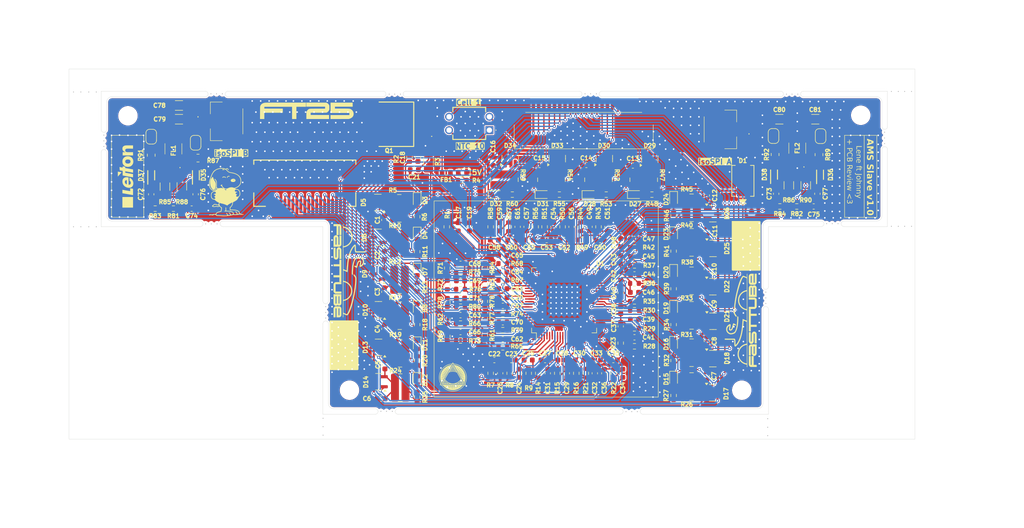
<source format=kicad_pcb>
(kicad_pcb
	(version 20240108)
	(generator "pcbnew")
	(generator_version "8.0")
	(general
		(thickness 1.6)
		(legacy_teardrops no)
	)
	(paper "A4")
	(layers
		(0 "F.Cu" signal)
		(1 "In1.Cu" signal)
		(2 "In2.Cu" signal)
		(31 "B.Cu" signal)
		(32 "B.Adhes" user "B.Adhesive")
		(33 "F.Adhes" user "F.Adhesive")
		(34 "B.Paste" user)
		(35 "F.Paste" user)
		(36 "B.SilkS" user "B.Silkscreen")
		(37 "F.SilkS" user "F.Silkscreen")
		(38 "B.Mask" user)
		(39 "F.Mask" user)
		(40 "Dwgs.User" user "User.Drawings")
		(41 "Cmts.User" user "User.Comments")
		(42 "Eco1.User" user "User.Eco1")
		(43 "Eco2.User" user "User.Eco2")
		(44 "Edge.Cuts" user)
		(45 "Margin" user)
		(46 "B.CrtYd" user "B.Courtyard")
		(47 "F.CrtYd" user "F.Courtyard")
		(48 "B.Fab" user)
		(49 "F.Fab" user)
		(50 "User.1" user)
		(51 "User.2" user)
		(52 "User.3" user)
		(53 "User.4" user)
		(54 "User.5" user)
		(55 "User.6" user)
		(56 "User.7" user)
		(57 "User.8" user)
		(58 "User.9" user)
	)
	(setup
		(stackup
			(layer "F.SilkS"
				(type "Top Silk Screen")
			)
			(layer "F.Paste"
				(type "Top Solder Paste")
			)
			(layer "F.Mask"
				(type "Top Solder Mask")
				(thickness 0.01)
			)
			(layer "F.Cu"
				(type "copper")
				(thickness 0.035)
			)
			(layer "dielectric 1"
				(type "prepreg")
				(thickness 0.1)
				(material "FR4")
				(epsilon_r 4.5)
				(loss_tangent 0.02)
			)
			(layer "In1.Cu"
				(type "copper")
				(thickness 0.035)
			)
			(layer "dielectric 2"
				(type "core")
				(thickness 1.24)
				(material "FR4")
				(epsilon_r 4.5)
				(loss_tangent 0.02)
			)
			(layer "In2.Cu"
				(type "copper")
				(thickness 0.035)
			)
			(layer "dielectric 3"
				(type "prepreg")
				(thickness 0.1)
				(material "FR4")
				(epsilon_r 4.5)
				(loss_tangent 0.02)
			)
			(layer "B.Cu"
				(type "copper")
				(thickness 0.035)
			)
			(layer "B.Mask"
				(type "Bottom Solder Mask")
				(thickness 0.01)
			)
			(layer "B.Paste"
				(type "Bottom Solder Paste")
			)
			(layer "B.SilkS"
				(type "Bottom Silk Screen")
			)
			(copper_finish "None")
			(dielectric_constraints no)
		)
		(pad_to_mask_clearance 0)
		(allow_soldermask_bridges_in_footprints no)
		(pcbplotparams
			(layerselection 0x00010fc_ffffffff)
			(plot_on_all_layers_selection 0x0000000_00000000)
			(disableapertmacros no)
			(usegerberextensions no)
			(usegerberattributes yes)
			(usegerberadvancedattributes yes)
			(creategerberjobfile no)
			(dashed_line_dash_ratio 12.000000)
			(dashed_line_gap_ratio 3.000000)
			(svgprecision 4)
			(plotframeref no)
			(viasonmask no)
			(mode 1)
			(useauxorigin yes)
			(hpglpennumber 1)
			(hpglpenspeed 20)
			(hpglpendiameter 15.000000)
			(pdf_front_fp_property_popups yes)
			(pdf_back_fp_property_popups yes)
			(dxfpolygonmode yes)
			(dxfimperialunits yes)
			(dxfusepcbnewfont yes)
			(psnegative no)
			(psa4output no)
			(plotreference yes)
			(plotvalue no)
			(plotfptext yes)
			(plotinvisibletext no)
			(sketchpadsonfab no)
			(subtractmaskfromsilk yes)
			(outputformat 1)
			(mirror no)
			(drillshape 0)
			(scaleselection 1)
			(outputdirectory "gerber/")
		)
	)
	(net 0 "")
	(net 1 "GND")
	(net 2 "Net-(U1-V+)")
	(net 3 "Net-(U1-DRIVE)")
	(net 4 "Net-(U1-VREF1)")
	(net 5 "+5V")
	(net 6 "/FilterBalancingNetwork/CB")
	(net 7 "/FilterBalancingNetwork/CB:A")
	(net 8 "/FilterBalancingNetwork/CA")
	(net 9 "/Cell 15{slash}16")
	(net 10 "/S16P")
	(net 11 "/S15P")
	(net 12 "/Cell 15{slash}14")
	(net 13 "/FilterBalancingNetwork1/CB:A")
	(net 14 "/FilterBalancingNetwork1/CB")
	(net 15 "/FilterBalancingNetwork1/CA")
	(net 16 "/S14P")
	(net 17 "/Cell 14{slash}13")
	(net 18 "/S13P")
	(net 19 "/Cell 13{slash}12")
	(net 20 "/FilterBalancingNetwork2/CB")
	(net 21 "/FilterBalancingNetwork2/CB:A")
	(net 22 "/FilterBalancingNetwork2/CA")
	(net 23 "/S12P")
	(net 24 "/Cell 12{slash}11")
	(net 25 "/S11P")
	(net 26 "/Cell 11{slash}10")
	(net 27 "/FilterBalancingNetwork3/CB")
	(net 28 "/FilterBalancingNetwork3/CB:A")
	(net 29 "/FilterBalancingNetwork3/CA")
	(net 30 "/Cell 10{slash}9")
	(net 31 "/S10P")
	(net 32 "/S9P")
	(net 33 "/Cell 9{slash}8")
	(net 34 "/FilterBalancingNetwork4/CB")
	(net 35 "/FilterBalancingNetwork4/CB:A")
	(net 36 "/FilterBalancingNetwork4/CA")
	(net 37 "/Cell 8{slash}7")
	(net 38 "/S8P")
	(net 39 "/Cell 7{slash}6")
	(net 40 "/S7P")
	(net 41 "/FilterBalancingNetwork5/CB:A")
	(net 42 "/FilterBalancingNetwork5/CB")
	(net 43 "/FilterBalancingNetwork5/CA")
	(net 44 "/Cell 6{slash}5")
	(net 45 "/S6P")
	(net 46 "/S5P")
	(net 47 "/Cell 5{slash}4")
	(net 48 "/FilterBalancingNetwork6/CB:A")
	(net 49 "/FilterBalancingNetwork6/CB")
	(net 50 "/FilterBalancingNetwork6/CA")
	(net 51 "/Cell 4{slash}3")
	(net 52 "/S4P")
	(net 53 "/S3P")
	(net 54 "/Cell 3{slash}2")
	(net 55 "/FilterBalancingNetwork7/CB")
	(net 56 "/FilterBalancingNetwork7/CB:A")
	(net 57 "/FilterBalancingNetwork7/CA")
	(net 58 "/Cell 2{slash}1")
	(net 59 "/S2P")
	(net 60 "/S1P")
	(net 61 "/NTC/V_out_1")
	(net 62 "/NTC/V_out_4")
	(net 63 "/NTC/V_out_7")
	(net 64 "/NTC/V_out_9")
	(net 65 "/NTC/V_out_2")
	(net 66 "/NTC/V_out_5")
	(net 67 "/NTC/V_out_10")
	(net 68 "/NTC/V_out_8")
	(net 69 "/NTC/V_out_3")
	(net 70 "/NTC/V_out_6")
	(net 71 "Clamp")
	(net 72 "/Cell 16")
	(net 73 "VBUS")
	(net 74 "+5V_NTC")
	(net 75 "unconnected-(U1-NC-Pad66)")
	(net 76 "/isoSPI/IPB")
	(net 77 "/isoSPI/IMA")
	(net 78 "/isoSPI/IMB")
	(net 79 "/isoSPI/IPA")
	(net 80 "Net-(C76-Pad2)")
	(net 81 "Net-(C77-Pad2)")
	(net 82 "Net-(J10-Pin_1)")
	(net 83 "Net-(JP1-B)")
	(net 84 "Net-(J10-Pin_2)")
	(net 85 "Net-(JP2-B)")
	(net 86 "Net-(JP3-B)")
	(net 87 "Net-(JP4-B)")
	(net 88 "Net-(D2-A)")
	(net 89 "Net-(D3-A)")
	(net 90 "Net-(D4-A)")
	(net 91 "Net-(D7-A)")
	(net 92 "Net-(D11-A)")
	(net 93 "Net-(D12-A)")
	(net 94 "/NTC/NTC2")
	(net 95 "/NTC/NTC3")
	(net 96 "/NTC/NTC1")
	(net 97 "/NTC/NTC6")
	(net 98 "/NTC/NTC4")
	(net 99 "/NTC/NTC5")
	(net 100 "/NTC/NTC9")
	(net 101 "/NTC/NTC7")
	(net 102 "/C2{slash}1_out")
	(net 103 "Net-(Q1-C)")
	(net 104 "Net-(D15-A)")
	(net 105 "Net-(D16-A)")
	(net 106 "Net-(D8-A)")
	(net 107 "Net-(D19-A)")
	(net 108 "Net-(D20-A)")
	(net 109 "Net-(D23-A)")
	(net 110 "Net-(D24-A)")
	(net 111 "Net-(D27-A)")
	(net 112 "Net-(D28-A)")
	(net 113 "Net-(D31-A)")
	(net 114 "Net-(D32-A)")
	(net 115 "Net-(D35-A2)")
	(net 116 "Net-(D36-A2)")
	(net 117 "Net-(D37-A2)")
	(net 118 "Net-(D38-A2)")
	(net 119 "Net-(JP1-A)")
	(net 120 "Net-(JP2-A)")
	(net 121 "Net-(JP3-A)")
	(net 122 "Net-(JP4-A)")
	(net 123 "Net-(Q1-E)")
	(net 124 "Net-(Q1-B)")
	(net 125 "/NTC/NTC8")
	(net 126 "NTC10_out")
	(net 127 "NTC10")
	(net 128 "Net-(J8-Pin_1)")
	(net 129 "Net-(J8-Pin_2)")
	(footprint "Capacitor_SMD:C_0603_1608Metric" (layer "F.Cu") (at 139.3 108.45 180))
	(footprint (layer "F.Cu") (at 86.25 74.75 90))
	(footprint "Resistor_SMD:R_0603_1608Metric" (layer "F.Cu") (at 161.6 121.9 90))
	(footprint (layer "F.Cu") (at 212.8 99.8 -90))
	(footprint "Resistor_SMD:R_0603_1608Metric" (layer "F.Cu") (at 139.3 119.45))
	(footprint (layer "F.Cu") (at 212.8 74.3 -90))
	(footprint "Capacitor_SMD:C_0603_1608Metric" (layer "F.Cu") (at 177.9 121.5 90))
	(footprint "Resistor_SMD:R_0603_1608Metric" (layer "F.Cu") (at 144.2 127.599999 90))
	(footprint (layer "F.Cu") (at 189.4 139.4))
	(footprint (layer "F.Cu") (at 215.3 74.3 -90))
	(footprint "Resistor_SMD:R_0603_1608Metric" (layer "F.Cu") (at 158.8625 93.8 180))
	(footprint "Capacitor_SMD:C_0603_1608Metric" (layer "F.Cu") (at 116.9 105.3 -90))
	(footprint "Package_TO_SOT_SMD:SOT-23" (layer "F.Cu") (at 167.1 87.1 90))
	(footprint "Resistor_SMD:R_0603_1608Metric" (layer "F.Cu") (at 146 127.600001 90))
	(footprint (layer "F.Cu") (at 61 74.4 -90))
	(footprint "Resistor_SMD:R_0603_1608Metric" (layer "F.Cu") (at 164.2 103.8 180))
	(footprint "LED_SMD:LED_0603_1608Metric" (layer "F.Cu") (at 123.1 108.299999 -90))
	(footprint "Capacitor_SMD:C_0603_1608Metric" (layer "F.Cu") (at 122.55 89.1 180))
	(footprint "Resistor_SMD:R_1206_3216Metric" (layer "F.Cu") (at 196.6 92.05 90))
	(footprint "Capacitor_SMD:C_0603_1608Metric" (layer "F.Cu") (at 131.3 110.1 180))
	(footprint "Resistor_SMD:R_0603_1608Metric" (layer "F.Cu") (at 139.3 116.4))
	(footprint (layer "F.Cu") (at 105.8 115 180))
	(footprint "Package_TO_SOT_SMD:SOT-23" (layer "F.Cu") (at 115.6625 95.3 180))
	(footprint (layer "F.Cu") (at 119.95 74.8 90))
	(footprint "FaSTTUBe_logos:FTLogo_small" (layer "F.Cu") (at 184.3 117.6 90))
	(footprint "Resistor_SMD:R_0603_1608Metric" (layer "F.Cu") (at 73.55 96.45))
	(footprint "LED_SMD:LED_0603_1608Metric" (layer "F.Cu") (at 123.1 122.2 -90))
	(footprint "Resistor_SMD:R_0603_1608Metric" (layer "F.Cu") (at 140.4 99.9 -90))
	(footprint "Slave:DLW43SH101XK2L" (layer "F.Cu") (at 77 85.15 90))
	(footprint "Capacitor_SMD:C_0603_1608Metric" (layer "F.Cu") (at 152.3 99.9 90))
	(footprint "Slave:Balancing" (layer "F.Cu") (at 119.8 117.25 180))
	(footprint "Resistor_SMD:R_0603_1608Metric" (layer "F.Cu") (at 137 127.600001 90))
	(footprint (layer "F.Cu") (at 63.85 83.65 180))
	(footprint "Capacitor_SMD:C_0603_1608Metric" (layer "F.Cu") (at 137.7 125.1))
	(footprint "Capacitor_SMD:C_0603_1608Metric" (layer "F.Cu") (at 139.3 117.95 180))
	(footprint (layer "F.Cu") (at 118.85 74.8 90))
	(footprint "Resistor_SMD:R_0805_2012Metric" (layer "F.Cu") (at 81.65 86.9 180))
	(footprint "Jumper:SolderJumper-2_P1.3mm_Open_RoundedPad1.0x1.5mm" (layer "F.Cu") (at 81.2 84 90))
	(footprint "Slave:illuminati"
		(layer "F.Cu")
		(uuid "20998059-b057-4418-a5aa-f14ac78fedf3")
		(at 129.85 128.3)
		(property "Reference" "G***"
			(at 0 0 0)
			(layer "F.SilkS")
			(hide yes)
			(uuid "c68e5fd3-f700-4bd4-adbc-031273388dcf")
			(effects
				(font
					(size 1.5 1.5)
					(thickness 0.3)
				)
			)
		)
		(property "Value" "LOGO"
			(at 0.75 0 0)
			(layer "F.SilkS")
			(hide yes)
			(uuid "b163ef90-926c-4520-99a5-733037a6fb85")
			(effects
				(font
					(size 1.5 1.5)
					(thickness 0.3)
				)
			)
		)
		(property "Footprint" "Slave:illuminati"
			(at 0 0 0)
			(unlocked yes)
			(layer "F.Fab")
			(hide yes)
			(uuid "eae945ba-a4b4-474b-be02-438478b87b73")
			(effects
				(font
					(size 1.27 1.27)
				)
			)
		)
		(property "Datasheet" ""
			(at 0 0 0)
			(unlocked yes)
			(layer "F.Fab")
			(hide yes)
			(uuid "835a0fba-1b8a-40be-bdf9-f68d04afb878")
			(effects
				(font
					(size 1.27 1.27)
				)
			)
		)
		(property "Description" ""
			(at 0 0 0)
			(unlocked yes)
			(layer "F.Fab")
			(hide yes)
			(uuid "fda524db-4989-4af9-b0b2-0d65e27e4270")
			(effects
				(font
					(size 1.27 1.27)
				)
			)
		)
		(attr board_only exclude_from_pos_files exclude_from_bom)
		(fp_poly
			(pts
				(xy 0.015257 -2.323511) (xy 0.032802 -2.309948) (xy 0.054677 -2.282902) (xy 0.083633 -2.23874) (xy 0.122424 -2.173829)
				(xy 0.144827 -2.135136) (xy 0.184172 -2.066749) (xy 0.234577 -1.979115) (xy 0.292375 -1.878608)
				(xy 0.353902 -1.771603) (xy 0.415491 -1.664475) (xy 0.450715 -1.603199) (xy 0.497831 -1.521262)
				(xy 0.557304 -1.417884) (xy 0.626736 -1.297229) (xy 0.703731 -1.163461) (xy 0.785891 -1.020746)
				(xy 0.870819 -0.873247) (xy 0.956118 -0.72513) (xy 1.03939 -0.580558) (xy 1.041863 -0.576265) (xy 1.126651 -0.429044)
				(xy 1.214854 -0.275837) (xy 1.303854 -0.121191) (xy 1.391034 0.030342) (xy 1.473778 0.174215) (xy 1.549469 0.305878)
				(xy 1.615489 0.42078) (xy 1.666582 0.509773) (xy 1.729795 0.619887) (xy 1.794142 0.731884) (xy 1.856537 0.840402)
				(xy 1.913894 0.940074) (xy 1.963127 1.025537) (xy 2.001151 1.091424) (xy 2.005114 1.09828) (xy 2.048651 1.176314)
				(xy 2.081925 1.241613) (xy 2.103083 1.290273) (xy 2.110275 1.318386) (xy 2.110155 1.31992) (xy 2.105585 1.352007)
				(xy 0.006207 1.355752) (xy -0.240544 1.356123) (xy -0.47919 1.356348) (xy -0.708062 1.356432) (xy -0.925489 1.356379)
				(xy -1.129801 1.356194) (xy -1.319329 1.355883) (xy -1.492402 1.355449) (xy -1.64735 1.354898) (xy -1.782502 1.354236)
				(xy -1.89619 1.353465) (xy -1.986743 1.352592) (xy -2.05249 1.351622) (xy -2.091762 1.350559) (xy -2.103071 1.349595)
				(xy -2.107384 1.345355) (xy -2.110881 1.340807) (xy -2.112884 1.334719) (xy -2.112717 1.325864)
				(xy -2.109702 1.313009) (xy -2.103163 1.294927) (xy -2.092423 1.270387) (xy -2.076804 1.238159)
				(xy -2.058726 1.20303) (xy -1.931669 1.20303) (xy -1.925999 1.226838) (xy -1.920873 1.233812) (xy -1.899205 1.246622)
				(xy -1.865495 1.254394) (xy -1.828712 1.256889) (xy -1.797828 1.253867) (xy -1.781812 1.24509) (xy -1.782729 1.237493)
				(xy -1.802481 1.210928) (xy -1.830938 1.178445) (xy -1.860567 1.147946) (xy -1.883833 1.127333)
				(xy -1.891913 1.122979) (xy -1.904231 1.13514) (xy -1.919778 1.164681) (xy -1.92089 1.16732) (xy -1.931669 1.20303)
				(xy -2.058726 1.20303) (xy -2.055629 1.197013) (xy -2.028222 1.145719) (xy -1.993905 1.083049) (xy -1.959506 1.021253)
				(xy -1.833869 1.021253) (xy -1.719666 1.138608) (xy -1.669257 1.18986) (xy -1.63343 1.223487) (xy -1.606319 1.2432)
				(xy -1.582058 1.25271) (xy -1.554781 1.255726) (xy -1.534145 1.255963) (xy -1.492848 1.253215) (xy -1.467102 1.246214)
				(xy -1.462827 1.241187) (xy -1.472715 1.226827) (xy -1.47576 1.226411) (xy -1.490267 1.216443) (xy -1.521301 1.189058)
				(xy -1.564795 1.14803) (xy -1.616679 1.097135) (xy -1.636957 1.076794) (xy -1.785221 0.927177) (xy -1.809545 0.974215)
				(xy -1.833869 1.021253) (xy -1.959506 1.021253) (xy -1.952001 1.007771) (xy -1.901833 0.918656)
				(xy -1.842724 0.814474) (xy -1.839402 0.80865) (xy -1.707721 0.80865) (xy -1.705985 0.830367) (xy -1.690788 0.856562)
				(xy -1.659024 0.895852) (xy -1.657792 0.897311) (xy -1.56788 0.995763) (xy -1.465409 1.091735) (xy -1.366783 1.173612)
				(xy -1.316287 1.212924) (xy -1.280133 1.237116) (xy -1.249807 1.249799) (xy -1.216794 1.254586)
				(xy -1.174694 1.255106) (xy -1.126195 1.254366) (xy -1.103185 1.251781) (xy -1.101602 1.245335)
				(xy -1.117382 1.233011) (xy -1.122753 1.22933) (xy -1.340444 1.06278) (xy -1.526233 0.887514) (xy -1.578129 0.833867)
				(xy -1.622467 0.788825) (xy -1.655404 0.756236) (xy -1.673092 0.739945) (xy -1.674927 0.738802)
				(xy -1.684014 0.750872) (xy -1.698015 0.780189) (xy -1.699106 0.782797) (xy -1.707721 0.80865) (xy -1.839402 0.80865)
				(xy -1.773997 0.693996) (xy -1.734649 0.625278) (xy -1.597776 0.625278) (xy -1.589692 0.645854)
				(xy -1.569064 0.675173) (xy -1.533197 0.718707) (xy -1.508886 0.747305) (xy -1.378401 0.88665) (xy -1.236927 1.009673)
				(xy -1.077379 1.122146) (xy -0.966945 1.188729) (xy -0.909752 1.220614) (xy -0.86747 1.240354) (xy -0.829584 1.250864)
				(xy -0.785577 1.255059) (xy -0.724933 1.255853) (xy -0.724764 1.255853) (xy -0.670316 1.254587)
				(xy -0.631333 1.251109) (xy -0.613633 1.246062) (xy -0.613944 1.243629) (xy -0.617971 1.241399)
				(xy 0.618085 1.241399) (xy 0.626156 1.24994) (xy 0.663025 1.254655) (xy 0.721659 1.255963) (xy 0.794005 1.253809)
				(xy 0.84711 1.246198) (xy 0.851378 1.244761) (xy 1.101589 1.244761) (xy 1.104165 1.251494) (xy 1.127718 1.254438)
				(xy 1.173352 1.255305) (xy 1.222674 1.253994) (xy 1.259391 1.246374) (xy 1.262337 1.244881) (xy 1.46529 1.244881)
				(xy 1.475588 1.251191) (xy 1.507319 1.255204) (xy 1.533516 1.255963) (xy 1.566239 1.255188) (xy 1.591808 1.25037)
				(xy 1.592948 1.249779) (xy 1.773124 1.249779) (xy 1.785769 1.256638) (xy 1.816849 1.257627) (xy 1.856085 1.253857)
				(xy 1.893197 1.246441) (xy 1.917905 1.236487) (xy 1.920873 1.233812) (xy 1.931668 1.211129) (xy 1.926011 1.180482)
				(xy 1.92089 1.16732) (xy 1.90539 1.136893) (xy 1.892625 1.123057) (xy 1.891964 1.122979) (xy 1.877849 1.132975)
				(xy 1.851931 1.157798) (xy 1.821473 1.189697) (xy 1.79374 1.220919) (xy 1.775995 1.243716) (xy 1.773124 1.249779)
				(xy 1.592948 1.249779) (xy 1.616123 1.237768) (xy 1.645082 1.213641) (xy 1.684587 1.174248) (xy 1.719076 1.13
... [3043456 chars truncated]
</source>
